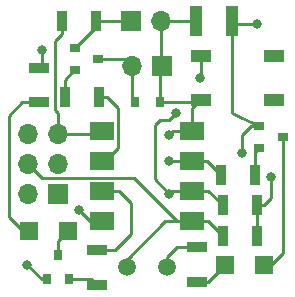
<source format=gbr>
G04 #@! TF.GenerationSoftware,KiCad,Pcbnew,(2017-06-21 revision 375ec9f)-master*
G04 #@! TF.CreationDate,2017-07-22T22:15:58-04:00*
G04 #@! TF.ProjectId,light_reactive_nodes,6C696768745F72656163746976655F6E,rev?*
G04 #@! TF.SameCoordinates,Original
G04 #@! TF.FileFunction,Copper,L1,Top,Signal*
G04 #@! TF.FilePolarity,Positive*
%FSLAX46Y46*%
G04 Gerber Fmt 4.6, Leading zero omitted, Abs format (unit mm)*
G04 Created by KiCad (PCBNEW (2017-06-21 revision 375ec9f)-master) date Sat Jul 22 22:15:58 2017*
%MOMM*%
%LPD*%
G01*
G04 APERTURE LIST*
%ADD10C,0.100000*%
%ADD11R,2.032000X1.524000*%
%ADD12O,1.700000X1.700000*%
%ADD13R,1.700000X1.700000*%
%ADD14R,1.000000X2.500000*%
%ADD15R,0.800000X0.900000*%
%ADD16R,1.500000X1.500000*%
%ADD17R,0.900000X0.800000*%
%ADD18C,1.500000*%
%ADD19R,0.900000X1.700000*%
%ADD20R,1.700000X0.900000*%
%ADD21R,1.800000X1.100000*%
%ADD22C,0.800000*%
%ADD23C,0.250000*%
G04 APERTURE END LIST*
D10*
D11*
X107940000Y-125690000D03*
X107940000Y-128230000D03*
X107940000Y-130770000D03*
X107940000Y-133310000D03*
X115560000Y-133310000D03*
X115560000Y-130770000D03*
X115560000Y-128230000D03*
X115560000Y-125690000D03*
D12*
X101660000Y-125920000D03*
X104200000Y-125920000D03*
X101660000Y-128460000D03*
X104200000Y-128460000D03*
X101660000Y-131000000D03*
D13*
X104200000Y-131000000D03*
D14*
X118900000Y-116400000D03*
X115900000Y-116400000D03*
D15*
X112850000Y-123200000D03*
X110750000Y-123200000D03*
D16*
X118350000Y-137000000D03*
X121650000Y-137000000D03*
X101750000Y-134200000D03*
X105050000Y-134200000D03*
D13*
X110400000Y-116400000D03*
D12*
X112940000Y-116400000D03*
D13*
X113000000Y-120200000D03*
D12*
X110460000Y-120200000D03*
D17*
X105600000Y-118650000D03*
X105600000Y-120550000D03*
X107600000Y-119600000D03*
X121200000Y-125250000D03*
X121200000Y-127150000D03*
X123200000Y-126200000D03*
D15*
X104200000Y-136200000D03*
X105150000Y-138200000D03*
X103250000Y-138200000D03*
D18*
X110000000Y-137200000D03*
X113400000Y-137200000D03*
D19*
X118150000Y-134600000D03*
X121050000Y-134600000D03*
X107450000Y-116400000D03*
X104550000Y-116400000D03*
D20*
X107500000Y-135800000D03*
X107500000Y-138700000D03*
X102600000Y-123250000D03*
X102600000Y-120350000D03*
D19*
X121050000Y-132000000D03*
X118150000Y-132000000D03*
X107650000Y-122800000D03*
X104750000Y-122800000D03*
X120850000Y-129400000D03*
X117950000Y-129400000D03*
D20*
X116000000Y-138450000D03*
X116000000Y-135550000D03*
D21*
X116300000Y-119350000D03*
X122500000Y-119350000D03*
X116300000Y-123050000D03*
X122500000Y-123050000D03*
D22*
X121000000Y-116600000D03*
X106000000Y-132400000D03*
X101600000Y-137000000D03*
X119800000Y-127600000D03*
X122200000Y-129600000D03*
X102800000Y-118800000D03*
X113600000Y-126000000D03*
X113600000Y-128200000D03*
X116200000Y-121200000D03*
X114200000Y-124200000D03*
X113600000Y-131000000D03*
D23*
X105600000Y-118650000D02*
X105650000Y-118650000D01*
X107450000Y-116850000D02*
X107450000Y-116400000D01*
X105650000Y-118650000D02*
X107450000Y-116850000D01*
X121000000Y-116600000D02*
X119100000Y-116600000D01*
X119100000Y-116600000D02*
X118900000Y-116400000D01*
X103250000Y-138200000D02*
X102800000Y-138200000D01*
X106910000Y-133310000D02*
X107940000Y-133310000D01*
X106000000Y-132400000D02*
X106910000Y-133310000D01*
X102800000Y-138200000D02*
X101600000Y-137000000D01*
X121050000Y-132000000D02*
X121600000Y-132000000D01*
X120550000Y-125250000D02*
X121200000Y-125250000D01*
X119800000Y-126000000D02*
X120550000Y-125250000D01*
X119800000Y-127600000D02*
X119800000Y-126000000D01*
X122200000Y-131400000D02*
X122200000Y-129600000D01*
X121600000Y-132000000D02*
X122200000Y-131400000D01*
X121050000Y-134600000D02*
X121050000Y-132000000D01*
X107450000Y-116400000D02*
X110400000Y-116400000D01*
X118900000Y-116400000D02*
X118900000Y-124150000D01*
X118900000Y-124150000D02*
X121200000Y-125250000D01*
X112940000Y-116400000D02*
X115900000Y-116400000D01*
X112940000Y-116400000D02*
X112940000Y-120140000D01*
X112940000Y-120140000D02*
X113000000Y-120200000D01*
X102800000Y-118800000D02*
X102800000Y-120150000D01*
X102800000Y-120150000D02*
X102600000Y-120350000D01*
X113910000Y-125690000D02*
X115560000Y-125690000D01*
X113600000Y-126000000D02*
X113910000Y-125690000D01*
X113400000Y-137200000D02*
X113400000Y-136400000D01*
X114250000Y-135550000D02*
X116000000Y-135550000D01*
X113400000Y-136400000D02*
X114250000Y-135550000D01*
X112850000Y-123200000D02*
X112850000Y-120350000D01*
X112850000Y-120350000D02*
X113000000Y-120200000D01*
X115560000Y-125690000D02*
X115560000Y-123790000D01*
X115560000Y-123790000D02*
X116300000Y-123050000D01*
X112850000Y-123200000D02*
X116150000Y-123200000D01*
X116150000Y-123200000D02*
X116300000Y-123050000D01*
X104200000Y-125920000D02*
X104200000Y-124135002D01*
X104200000Y-124135002D02*
X103974999Y-123910001D01*
X103974999Y-123910001D02*
X103974999Y-118075001D01*
X103974999Y-118075001D02*
X104550000Y-117500000D01*
X104550000Y-117500000D02*
X104550000Y-116400000D01*
X104200000Y-125920000D02*
X107710000Y-125920000D01*
X107710000Y-125920000D02*
X107940000Y-125690000D01*
X101660000Y-128460000D02*
X102835001Y-129635001D01*
X102835001Y-129635001D02*
X110619001Y-129635001D01*
X110619001Y-129635001D02*
X114294000Y-133310000D01*
X114294000Y-133310000D02*
X115560000Y-133310000D01*
X110000000Y-137200000D02*
X110000000Y-136600000D01*
X110000000Y-136600000D02*
X113290000Y-133310000D01*
X113290000Y-133310000D02*
X115560000Y-133310000D01*
X115560000Y-133310000D02*
X116860000Y-133310000D01*
X116860000Y-133310000D02*
X118150000Y-134600000D01*
X115560000Y-128230000D02*
X116780000Y-128230000D01*
X116780000Y-128230000D02*
X117950000Y-129400000D01*
X115560000Y-128230000D02*
X113630000Y-128230000D01*
X113630000Y-128230000D02*
X113600000Y-128200000D01*
X113600000Y-131000000D02*
X112400000Y-129800000D01*
X116300000Y-121100000D02*
X116300000Y-119350000D01*
X116200000Y-121200000D02*
X116300000Y-121100000D01*
X113600000Y-124800000D02*
X114200000Y-124200000D01*
X112800000Y-124800000D02*
X113600000Y-124800000D01*
X112400000Y-125200000D02*
X112800000Y-124800000D01*
X112400000Y-129800000D02*
X112400000Y-125200000D01*
X113830000Y-130770000D02*
X115560000Y-130770000D01*
X113600000Y-131000000D02*
X113830000Y-130770000D01*
X115560000Y-130770000D02*
X116920000Y-130770000D01*
X116920000Y-130770000D02*
X118150000Y-132000000D01*
X107600000Y-119600000D02*
X109860000Y-119600000D01*
X109860000Y-119600000D02*
X110460000Y-120200000D01*
X110460000Y-120200000D02*
X110460000Y-122910000D01*
X110460000Y-122910000D02*
X110750000Y-123200000D01*
X110060000Y-120600000D02*
X110460000Y-120200000D01*
X121650000Y-137000000D02*
X122200000Y-137000000D01*
X122200000Y-137000000D02*
X123200000Y-136000000D01*
X123200000Y-136000000D02*
X123200000Y-126200000D01*
X116000000Y-138450000D02*
X116900000Y-138450000D01*
X116900000Y-138450000D02*
X118350000Y-137000000D01*
X101750000Y-134200000D02*
X101200000Y-134200000D01*
X101200000Y-134200000D02*
X100000000Y-133000000D01*
X100000000Y-133000000D02*
X100000000Y-124400000D01*
X100000000Y-124400000D02*
X101150000Y-123250000D01*
X101150000Y-123250000D02*
X102600000Y-123250000D01*
X104200000Y-136200000D02*
X104200000Y-135050000D01*
X104200000Y-135050000D02*
X105050000Y-134200000D01*
X105600000Y-120550000D02*
X105550000Y-120550000D01*
X105550000Y-120550000D02*
X104750000Y-121350000D01*
X104750000Y-121350000D02*
X104750000Y-121700000D01*
X104750000Y-121700000D02*
X104750000Y-122800000D01*
X120850000Y-129400000D02*
X120850000Y-127500000D01*
X120850000Y-127500000D02*
X121200000Y-127150000D01*
X105150000Y-138200000D02*
X107000000Y-138200000D01*
X107000000Y-138200000D02*
X107500000Y-138700000D01*
X107500000Y-135800000D02*
X109000000Y-135800000D01*
X109370000Y-130770000D02*
X107940000Y-130770000D01*
X110400000Y-131800000D02*
X109370000Y-130770000D01*
X110400000Y-134400000D02*
X110400000Y-131800000D01*
X109000000Y-135800000D02*
X110400000Y-134400000D01*
X107650000Y-122800000D02*
X108350000Y-122800000D01*
X108350000Y-122800000D02*
X109281001Y-123731001D01*
X109281001Y-123731001D02*
X109281001Y-127142999D01*
X109281001Y-127142999D02*
X108194000Y-128230000D01*
X108194000Y-128230000D02*
X107940000Y-128230000D01*
M02*

</source>
